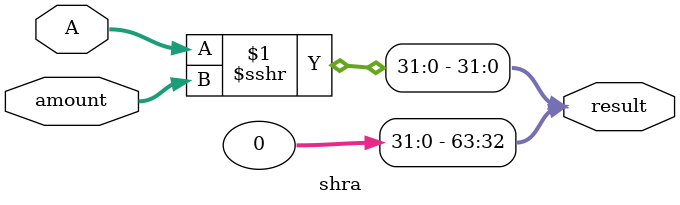
<source format=v>
module shra (
    input wire signed[31:0] A, 
    input wire [4:0] amount,
    output wire [63:0] result
);

assign result[31:0] = A >>> amount;
assign result[63:32] = 32'd0;
    
endmodule
</source>
